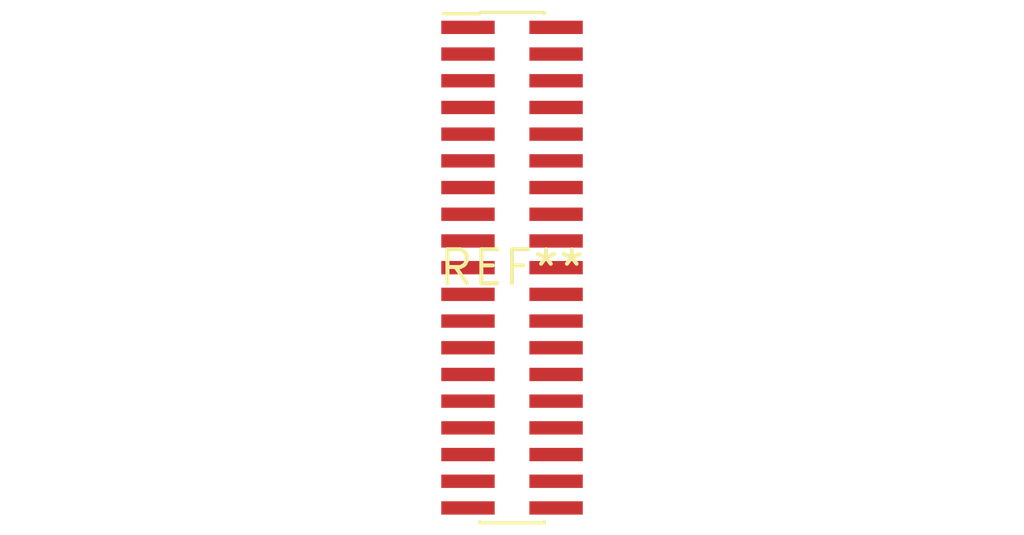
<source format=kicad_pcb>
(kicad_pcb (version 20240108) (generator pcbnew)
  (layers (0 "F.Cu" signal) (31 "B.Cu" signal) (34 "B.Paste" user) (35 "F.Paste" user) (36 "B.SilkS" user "B.Silkscreen") (37 "F.SilkS" user "F.Silkscreen") (38 "B.Mask" user) (39 "F.Mask" user) (44 "Edge.Cuts" user))
  (net 0 "")
  (footprint "PinHeader_2x19_P1.00mm_Vertical_SMD" (layer "F.Cu") (at 0 0)
    (property "Reference" "REF**")
    (property "Value" "PinHeader_2x19_P1.00mm_Vertical_SMD")
    (fp_line (start -2.59 -9.51) (end -1.21 -9.51) (layer "F.SilkS") (stroke (width 0.12)))
    (fp_line (start -1.21 -9.56) (end -1.21 -9.51) (layer "F.SilkS") (stroke (width 0.12)))
    (fp_line (start -1.21 -9.56) (end 1.21 -9.56) (layer "F.SilkS") (stroke (width 0.12)))
    (fp_line (start -1.21 9.51) (end -1.21 9.56) (layer "F.SilkS") (stroke (width 0.12)))
    (fp_line (start -1.21 9.56) (end 1.21 9.56) (layer "F.SilkS") (stroke (width 0.12)))
    (fp_line (start 1.21 -9.56) (end 1.21 -9.51) (layer "F.SilkS") (stroke (width 0.12)))
    (fp_line (start 1.21 9.51) (end 1.21 9.56) (layer "F.SilkS") (stroke (width 0.12)))
    (pad "1" smd rect (at -1.65 -9) (size 2 0.5) (layers "F.Cu" "F.Paste" "F.Mask"))
    (pad "2" smd rect (at 1.65 -9) (size 2 0.5) (layers "F.Cu" "F.Paste" "F.Mask"))
    (pad "3" smd rect (at -1.65 -8) (size 2 0.5) (layers "F.Cu" "F.Paste" "F.Mask"))
    (pad "4" smd rect (at 1.65 -8) (size 2 0.5) (layers "F.Cu" "F.Paste" "F.Mask"))
    (pad "5" smd rect (at -1.65 -7) (size 2 0.5) (layers "F.Cu" "F.Paste" "F.Mask"))
    (pad "6" smd rect (at 1.65 -7) (size 2 0.5) (layers "F.Cu" "F.Paste" "F.Mask"))
    (pad "7" smd rect (at -1.65 -6) (size 2 0.5) (layers "F.Cu" "F.Paste" "F.Mask"))
    (pad "8" smd rect (at 1.65 -6) (size 2 0.5) (layers "F.Cu" "F.Paste" "F.Mask"))
    (pad "9" smd rect (at -1.65 -5) (size 2 0.5) (layers "F.Cu" "F.Paste" "F.Mask"))
    (pad "10" smd rect (at 1.65 -5) (size 2 0.5) (layers "F.Cu" "F.Paste" "F.Mask"))
    (pad "11" smd rect (at -1.65 -4) (size 2 0.5) (layers "F.Cu" "F.Paste" "F.Mask"))
    (pad "12" smd rect (at 1.65 -4) (size 2 0.5) (layers "F.Cu" "F.Paste" "F.Mask"))
    (pad "13" smd rect (at -1.65 -3) (size 2 0.5) (layers "F.Cu" "F.Paste" "F.Mask"))
    (pad "14" smd rect (at 1.65 -3) (size 2 0.5) (layers "F.Cu" "F.Paste" "F.Mask"))
    (pad "15" smd rect (at -1.65 -2) (size 2 0.5) (layers "F.Cu" "F.Paste" "F.Mask"))
    (pad "16" smd rect (at 1.65 -2) (size 2 0.5) (layers "F.Cu" "F.Paste" "F.Mask"))
    (pad "17" smd rect (at -1.65 -1) (size 2 0.5) (layers "F.Cu" "F.Paste" "F.Mask"))
    (pad "18" smd rect (at 1.65 -1) (size 2 0.5) (layers "F.Cu" "F.Paste" "F.Mask"))
    (pad "19" smd rect (at -1.65 0) (size 2 0.5) (layers "F.Cu" "F.Paste" "F.Mask"))
    (pad "20" smd rect (at 1.65 0) (size 2 0.5) (layers "F.Cu" "F.Paste" "F.Mask"))
    (pad "21" smd rect (at -1.65 1) (size 2 0.5) (layers "F.Cu" "F.Paste" "F.Mask"))
    (pad "22" smd rect (at 1.65 1) (size 2 0.5) (layers "F.Cu" "F.Paste" "F.Mask"))
    (pad "23" smd rect (at -1.65 2) (size 2 0.5) (layers "F.Cu" "F.Paste" "F.Mask"))
    (pad "24" smd rect (at 1.65 2) (size 2 0.5) (layers "F.Cu" "F.Paste" "F.Mask"))
    (pad "25" smd rect (at -1.65 3) (size 2 0.5) (layers "F.Cu" "F.Paste" "F.Mask"))
    (pad "26" smd rect (at 1.65 3) (size 2 0.5) (layers "F.Cu" "F.Paste" "F.Mask"))
    (pad "27" smd rect (at -1.65 4) (size 2 0.5) (layers "F.Cu" "F.Paste" "F.Mask"))
    (pad "28" smd rect (at 1.65 4) (size 2 0.5) (layers "F.Cu" "F.Paste" "F.Mask"))
    (pad "29" smd rect (at -1.65 5) (size 2 0.5) (layers "F.Cu" "F.Paste" "F.Mask"))
    (pad "30" smd rect (at 1.65 5) (size 2 0.5) (layers "F.Cu" "F.Paste" "F.Mask"))
    (pad "31" smd rect (at -1.65 6) (size 2 0.5) (layers "F.Cu" "F.Paste" "F.Mask"))
    (pad "32" smd rect (at 1.65 6) (size 2 0.5) (layers "F.Cu" "F.Paste" "F.Mask"))
    (pad "33" smd rect (at -1.65 7) (size 2 0.5) (layers "F.Cu" "F.Paste" "F.Mask"))
    (pad "34" smd rect (at 1.65 7) (size 2 0.5) (layers "F.Cu" "F.Paste" "F.Mask"))
    (pad "35" smd rect (at -1.65 8) (size 2 0.5) (layers "F.Cu" "F.Paste" "F.Mask"))
    (pad "36" smd rect (at 1.65 8) (size 2 0.5) (layers "F.Cu" "F.Paste" "F.Mask"))
    (pad "37" smd rect (at -1.65 9) (size 2 0.5) (layers "F.Cu" "F.Paste" "F.Mask"))
    (pad "38" smd rect (at 1.65 9) (size 2 0.5) (layers "F.Cu" "F.Paste" "F.Mask"))
  )
)
</source>
